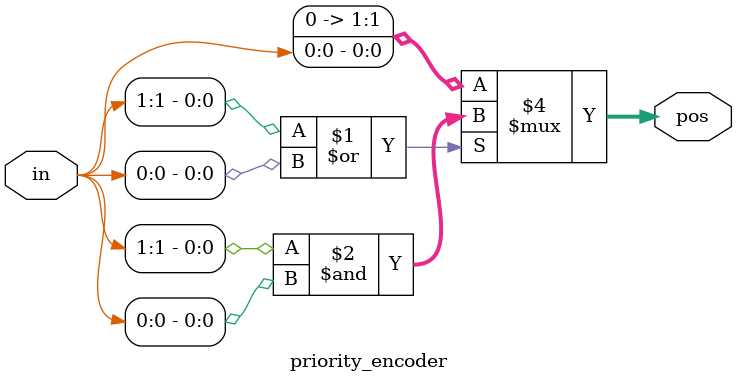
<source format=v>
module priority_encoder( 
input [2:0] in,
output reg [1:0] pos ); 
// When sel=1, assign b to out
assign pos = (in[1] | in[0]) ? (in[1] & in[0]) : in[0]; 
endmodule

</source>
